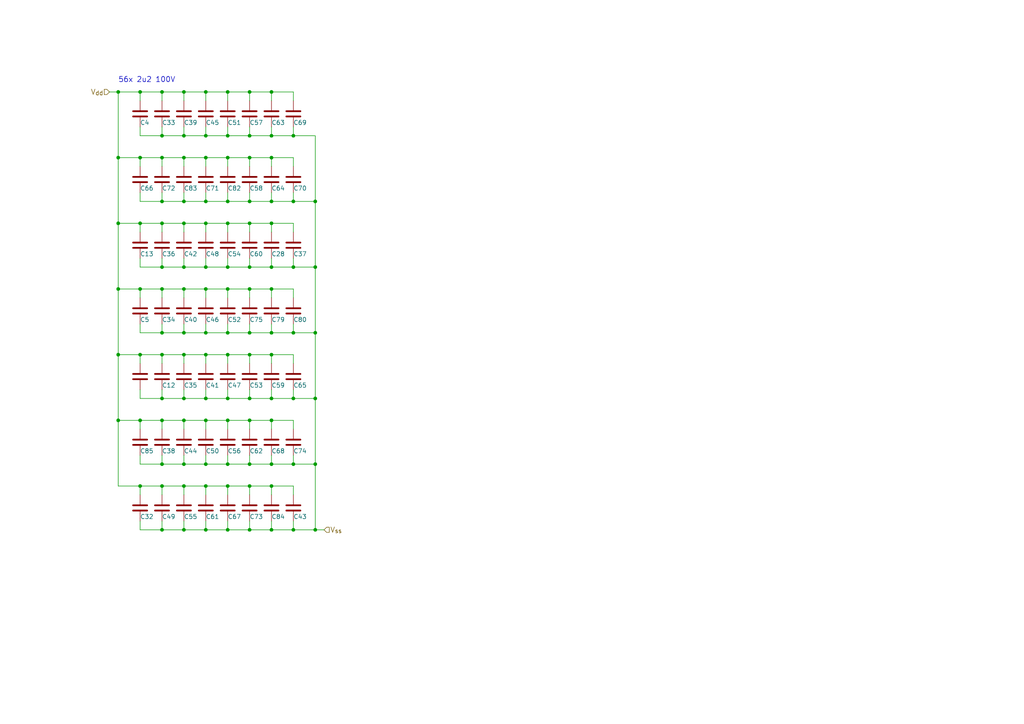
<source format=kicad_sch>
(kicad_sch (version 20230121) (generator eeschema)
  (paper "A4")
  (lib_symbols
    (symbol "Device:C" (pin_numbers hide) (pin_names (offset 0.254))
      (property "Reference" "C" (at 0.635 2.54 0))
      (property "Value" "C" (at 0.635 -2.54 0))
      (symbol "C_0_1"
        (polyline (pts (xy -2.032 -0.762) (xy 2.032 -0.762)) (stroke (width 0.508)))
        (polyline (pts (xy -2.032 0.762) (xy 2.032 0.762)) (stroke (width 0.508)))
      )
      (symbol "C_1_1"
        (pin passive line (at 0 3.81 270) (length 2.794) (name "~") (number "1"))
        (pin passive line (at 0 -3.81 90) (length 2.794) (name "~") (number "2"))
      )
    )
  )
  (junction (at 46.99 115.57))
  (junction (at 59.69 58.42))
  (junction (at 59.69 45.72))
  (junction (at 46.99 153.67))
  (junction (at 40.64 102.87))
  (junction (at 66.04 64.77))
  (junction (at 46.99 102.87))
  (junction (at 34.29 102.87))
  (junction (at 53.34 83.82))
  (junction (at 59.69 39.37))
  (junction (at 72.39 64.77))
  (junction (at 78.74 134.62))
  (junction (at 85.09 153.67))
  (junction (at 53.34 64.77))
  (junction (at 78.74 64.77))
  (junction (at 59.69 96.52))
  (junction (at 72.39 96.52))
  (junction (at 72.39 102.87))
  (junction (at 59.69 153.67))
  (junction (at 72.39 153.67))
  (junction (at 40.64 26.67))
  (junction (at 91.44 77.47))
  (junction (at 53.34 134.62))
  (junction (at 66.04 77.47))
  (junction (at 78.74 153.67))
  (junction (at 59.69 77.47))
  (junction (at 91.44 58.42))
  (junction (at 78.74 77.47))
  (junction (at 53.34 26.67))
  (junction (at 66.04 102.87))
  (junction (at 72.39 134.62))
  (junction (at 72.39 26.67))
  (junction (at 72.39 39.37))
  (junction (at 34.29 83.82))
  (junction (at 53.34 102.87))
  (junction (at 34.29 26.67))
  (junction (at 78.74 102.87))
  (junction (at 78.74 83.82))
  (junction (at 78.74 39.37))
  (junction (at 59.69 26.67))
  (junction (at 46.99 45.72))
  (junction (at 85.09 134.62))
  (junction (at 72.39 140.97))
  (junction (at 46.99 121.92))
  (junction (at 91.44 134.62))
  (junction (at 66.04 39.37))
  (junction (at 53.34 45.72))
  (junction (at 91.44 153.67))
  (junction (at 59.69 83.82))
  (junction (at 46.99 26.67))
  (junction (at 46.99 64.77))
  (junction (at 78.74 58.42))
  (junction (at 53.34 58.42))
  (junction (at 53.34 121.92))
  (junction (at 78.74 26.67))
  (junction (at 53.34 153.67))
  (junction (at 34.29 45.72))
  (junction (at 72.39 115.57))
  (junction (at 40.64 45.72))
  (junction (at 46.99 39.37))
  (junction (at 40.64 121.92))
  (junction (at 91.44 115.57))
  (junction (at 53.34 140.97))
  (junction (at 59.69 115.57))
  (junction (at 85.09 58.42))
  (junction (at 78.74 140.97))
  (junction (at 78.74 96.52))
  (junction (at 46.99 134.62))
  (junction (at 85.09 39.37))
  (junction (at 72.39 58.42))
  (junction (at 40.64 83.82))
  (junction (at 85.09 115.57))
  (junction (at 78.74 45.72))
  (junction (at 72.39 83.82))
  (junction (at 59.69 121.92))
  (junction (at 66.04 45.72))
  (junction (at 85.09 77.47))
  (junction (at 46.99 58.42))
  (junction (at 72.39 121.92))
  (junction (at 66.04 83.82))
  (junction (at 66.04 96.52))
  (junction (at 46.99 96.52))
  (junction (at 72.39 77.47))
  (junction (at 66.04 121.92))
  (junction (at 40.64 140.97))
  (junction (at 66.04 26.67))
  (junction (at 66.04 140.97))
  (junction (at 34.29 121.92))
  (junction (at 85.09 96.52))
  (junction (at 66.04 134.62))
  (junction (at 66.04 115.57))
  (junction (at 34.29 64.77))
  (junction (at 53.34 77.47))
  (junction (at 78.74 121.92))
  (junction (at 59.69 64.77))
  (junction (at 46.99 140.97))
  (junction (at 59.69 102.87))
  (junction (at 72.39 45.72))
  (junction (at 66.04 58.42))
  (junction (at 40.64 64.77))
  (junction (at 91.44 96.52))
  (junction (at 78.74 115.57))
  (junction (at 53.34 39.37))
  (junction (at 46.99 77.47))
  (junction (at 59.69 134.62))
  (junction (at 66.04 153.67))
  (junction (at 53.34 115.57))
  (junction (at 59.69 140.97))
  (junction (at 46.99 83.82))
  (junction (at 53.34 96.52))
  (wire (pts (xy 46.99 64.77) (xy 46.99 67.31)))
  (wire (pts (xy 85.09 134.62) (xy 85.09 132.08)))
  (wire (pts (xy 59.69 153.67) (xy 59.69 151.13)))
  (wire (pts (xy 78.74 153.67) (xy 78.74 151.13)))
  (wire (pts (xy 91.44 39.37) (xy 91.44 58.42)))
  (wire (pts (xy 53.34 45.72) (xy 59.69 45.72)))
  (wire (pts (xy 34.29 140.97) (xy 40.64 140.97)))
  (wire (pts (xy 72.39 121.92) (xy 66.04 121.92)))
  (wire (pts (xy 46.99 58.42) (xy 46.99 55.88)))
  (wire (pts (xy 85.09 115.57) (xy 85.09 113.03)))
  (wire (pts (xy 40.64 58.42) (xy 40.64 55.88)))
  (wire (pts (xy 72.39 45.72) (xy 78.74 45.72)))
  (wire (pts (xy 46.99 45.72) (xy 53.34 45.72)))
  (wire (pts (xy 72.39 39.37) (xy 72.39 36.83)))
  (wire (pts (xy 66.04 77.47) (xy 72.39 77.47)))
  (wire (pts (xy 59.69 83.82) (xy 59.69 86.36)))
  (wire (pts (xy 53.34 45.72) (xy 53.34 48.26)))
  (wire (pts (xy 78.74 121.92) (xy 78.74 124.46)))
  (wire (pts (xy 53.34 39.37) (xy 53.34 36.83)))
  (wire (pts (xy 85.09 143.51) (xy 85.09 140.97)))
  (wire (pts (xy 59.69 140.97) (xy 59.69 143.51)))
  (wire (pts (xy 72.39 140.97) (xy 72.39 143.51)))
  (wire (pts (xy 72.39 83.82) (xy 72.39 86.36)))
  (wire (pts (xy 78.74 140.97) (xy 78.74 143.51)))
  (wire (pts (xy 72.39 39.37) (xy 78.74 39.37)))
  (wire (pts (xy 66.04 58.42) (xy 66.04 55.88)))
  (wire (pts (xy 40.64 58.42) (xy 46.99 58.42)))
  (wire (pts (xy 78.74 102.87) (xy 85.09 102.87)))
  (wire (pts (xy 72.39 115.57) (xy 72.39 113.03)))
  (wire (pts (xy 66.04 121.92) (xy 59.69 121.92)))
  (wire (pts (xy 53.34 77.47) (xy 59.69 77.47)))
  (wire (pts (xy 53.34 134.62) (xy 53.34 132.08)))
  (wire (pts (xy 91.44 153.67) (xy 91.44 134.62)))
  (wire (pts (xy 59.69 153.67) (xy 66.04 153.67)))
  (wire (pts (xy 72.39 153.67) (xy 72.39 151.13)))
  (wire (pts (xy 53.34 153.67) (xy 59.69 153.67)))
  (wire (pts (xy 59.69 45.72) (xy 59.69 48.26)))
  (wire (pts (xy 53.34 140.97) (xy 53.34 143.51)))
  (wire (pts (xy 40.64 45.72) (xy 46.99 45.72)))
  (wire (pts (xy 85.09 58.42) (xy 85.09 55.88)))
  (wire (pts (xy 72.39 153.67) (xy 78.74 153.67)))
  (wire (pts (xy 46.99 83.82) (xy 46.99 86.36)))
  (wire (pts (xy 53.34 115.57) (xy 53.34 113.03)))
  (wire (pts (xy 66.04 134.62) (xy 66.04 132.08)))
  (wire (pts (xy 53.34 121.92) (xy 53.34 124.46)))
  (wire (pts (xy 59.69 45.72) (xy 66.04 45.72)))
  (wire (pts (xy 78.74 77.47) (xy 78.74 74.93)))
  (wire (pts (xy 46.99 39.37) (xy 53.34 39.37)))
  (wire (pts (xy 85.09 102.87) (xy 85.09 105.41)))
  (wire (pts (xy 53.34 96.52) (xy 53.34 93.98)))
  (wire (pts (xy 34.29 64.77) (xy 40.64 64.77)))
  (wire (pts (xy 53.34 96.52) (xy 59.69 96.52)))
  (wire (pts (xy 91.44 58.42) (xy 91.44 77.47)))
  (wire (pts (xy 40.64 29.21) (xy 40.64 26.67)))
  (wire (pts (xy 85.09 121.92) (xy 78.74 121.92)))
  (wire (pts (xy 40.64 64.77) (xy 40.64 67.31)))
  (wire (pts (xy 78.74 115.57) (xy 78.74 113.03)))
  (wire (pts (xy 85.09 134.62) (xy 91.44 134.62)))
  (wire (pts (xy 40.64 45.72) (xy 40.64 48.26)))
  (wire (pts (xy 66.04 96.52) (xy 72.39 96.52)))
  (wire (pts (xy 40.64 39.37) (xy 46.99 39.37)))
  (wire (pts (xy 40.64 39.37) (xy 40.64 36.83)))
  (wire (pts (xy 46.99 58.42) (xy 53.34 58.42)))
  (wire (pts (xy 59.69 58.42) (xy 66.04 58.42)))
  (wire (pts (xy 46.99 26.67) (xy 40.64 26.67)))
  (wire (pts (xy 53.34 115.57) (xy 59.69 115.57)))
  (wire (pts (xy 53.34 134.62) (xy 46.99 134.62)))
  (wire (pts (xy 78.74 83.82) (xy 78.74 86.36)))
  (wire (pts (xy 72.39 102.87) (xy 72.39 105.41)))
  (wire (pts (xy 72.39 102.87) (xy 78.74 102.87)))
  (wire (pts (xy 46.99 140.97) (xy 53.34 140.97)))
  (wire (pts (xy 59.69 96.52) (xy 66.04 96.52)))
  (wire (pts (xy 85.09 96.52) (xy 85.09 93.98)))
  (wire (pts (xy 91.44 153.67) (xy 93.98 153.67)))
  (wire (pts (xy 72.39 26.67) (xy 72.39 29.21)))
  (wire (pts (xy 78.74 77.47) (xy 85.09 77.47)))
  (wire (pts (xy 59.69 102.87) (xy 66.04 102.87)))
  (wire (pts (xy 46.99 102.87) (xy 46.99 105.41)))
  (wire (pts (xy 53.34 64.77) (xy 59.69 64.77)))
  (wire (pts (xy 72.39 140.97) (xy 78.74 140.97)))
  (wire (pts (xy 46.99 64.77) (xy 53.34 64.77)))
  (wire (pts (xy 46.99 77.47) (xy 53.34 77.47)))
  (wire (pts (xy 59.69 58.42) (xy 59.69 55.88)))
  (wire (pts (xy 59.69 121.92) (xy 53.34 121.92)))
  (wire (pts (xy 53.34 83.82) (xy 53.34 86.36)))
  (wire (pts (xy 78.74 45.72) (xy 85.09 45.72)))
  (wire (pts (xy 40.64 115.57) (xy 40.64 113.03)))
  (wire (pts (xy 59.69 134.62) (xy 59.69 132.08)))
  (wire (pts (xy 72.39 64.77) (xy 78.74 64.77)))
  (wire (pts (xy 78.74 96.52) (xy 78.74 93.98)))
  (wire (pts (xy 72.39 96.52) (xy 72.39 93.98)))
  (wire (pts (xy 85.09 134.62) (xy 78.74 134.62)))
  (wire (pts (xy 59.69 96.52) (xy 59.69 93.98)))
  (wire (pts (xy 66.04 140.97) (xy 72.39 140.97)))
  (wire (pts (xy 72.39 77.47) (xy 72.39 74.93)))
  (wire (pts (xy 53.34 58.42) (xy 53.34 55.88)))
  (wire (pts (xy 66.04 121.92) (xy 66.04 124.46)))
  (wire (pts (xy 66.04 140.97) (xy 66.04 143.51)))
  (wire (pts (xy 40.64 140.97) (xy 46.99 140.97)))
  (wire (pts (xy 46.99 140.97) (xy 46.99 143.51)))
  (wire (pts (xy 40.64 102.87) (xy 46.99 102.87)))
  (wire (pts (xy 46.99 115.57) (xy 53.34 115.57)))
  (wire (pts (xy 40.64 96.52) (xy 40.64 93.98)))
  (wire (pts (xy 46.99 153.67) (xy 46.99 151.13)))
  (wire (pts (xy 40.64 26.67) (xy 34.29 26.67)))
  (wire (pts (xy 40.64 77.47) (xy 46.99 77.47)))
  (wire (pts (xy 72.39 64.77) (xy 72.39 67.31)))
  (wire (pts (xy 78.74 96.52) (xy 85.09 96.52)))
  (wire (pts (xy 53.34 39.37) (xy 59.69 39.37)))
  (wire (pts (xy 78.74 64.77) (xy 85.09 64.77)))
  (wire (pts (xy 53.34 26.67) (xy 46.99 26.67)))
  (wire (pts (xy 34.29 121.92) (xy 34.29 140.97)))
  (wire (pts (xy 59.69 115.57) (xy 66.04 115.57)))
  (wire (pts (xy 40.64 77.47) (xy 40.64 74.93)))
  (wire (pts (xy 66.04 29.21) (xy 66.04 26.67)))
  (wire (pts (xy 40.64 96.52) (xy 46.99 96.52)))
  (wire (pts (xy 78.74 102.87) (xy 78.74 105.41)))
  (wire (pts (xy 53.34 102.87) (xy 53.34 105.41)))
  (wire (pts (xy 34.29 26.67) (xy 34.29 45.72)))
  (wire (pts (xy 85.09 39.37) (xy 85.09 36.83)))
  (wire (pts (xy 72.39 45.72) (xy 72.39 48.26)))
  (wire (pts (xy 34.29 102.87) (xy 40.64 102.87)))
  (wire (pts (xy 78.74 39.37) (xy 78.74 36.83)))
  (wire (pts (xy 40.64 153.67) (xy 40.64 151.13)))
  (wire (pts (xy 46.99 121.92) (xy 40.64 121.92)))
  (wire (pts (xy 53.34 29.21) (xy 53.34 26.67)))
  (wire (pts (xy 40.64 121.92) (xy 40.64 124.46)))
  (wire (pts (xy 46.99 77.47) (xy 46.99 74.93)))
  (wire (pts (xy 53.34 140.97) (xy 59.69 140.97)))
  (wire (pts (xy 53.34 77.47) (xy 53.34 74.93)))
  (wire (pts (xy 78.74 58.42) (xy 78.74 55.88)))
  (wire (pts (xy 85.09 83.82) (xy 85.09 86.36)))
  (wire (pts (xy 66.04 102.87) (xy 66.04 105.41)))
  (wire (pts (xy 66.04 39.37) (xy 66.04 36.83)))
  (wire (pts (xy 40.64 86.36) (xy 40.64 83.82)))
  (wire (pts (xy 91.44 77.47) (xy 91.44 96.52)))
  (wire (pts (xy 40.64 83.82) (xy 46.99 83.82)))
  (wire (pts (xy 59.69 121.92) (xy 59.69 124.46)))
  (wire (pts (xy 59.69 134.62) (xy 53.34 134.62)))
  (wire (pts (xy 46.99 96.52) (xy 53.34 96.52)))
  (wire (pts (xy 59.69 39.37) (xy 59.69 36.83)))
  (wire (pts (xy 46.99 39.37) (xy 46.99 36.83)))
  (wire (pts (xy 72.39 115.57) (xy 78.74 115.57)))
  (wire (pts (xy 59.69 102.87) (xy 59.69 105.41)))
  (wire (pts (xy 85.09 77.47) (xy 91.44 77.47)))
  (wire (pts (xy 40.64 115.57) (xy 46.99 115.57)))
  (wire (pts (xy 40.64 121.92) (xy 34.29 121.92)))
  (wire (pts (xy 72.39 96.52) (xy 78.74 96.52)))
  (wire (pts (xy 66.04 96.52) (xy 66.04 93.98)))
  (wire (pts (xy 72.39 58.42) (xy 78.74 58.42)))
  (wire (pts (xy 34.29 45.72) (xy 34.29 64.77)))
  (wire (pts (xy 85.09 77.47) (xy 85.09 74.93)))
  (wire (pts (xy 66.04 134.62) (xy 59.69 134.62)))
  (wire (pts (xy 66.04 83.82) (xy 72.39 83.82)))
  (wire (pts (xy 66.04 115.57) (xy 72.39 115.57)))
  (wire (pts (xy 46.99 83.82) (xy 53.34 83.82)))
  (wire (pts (xy 66.04 153.67) (xy 66.04 151.13)))
  (wire (pts (xy 53.34 64.77) (xy 53.34 67.31)))
  (wire (pts (xy 59.69 64.77) (xy 66.04 64.77)))
  (wire (pts (xy 66.04 45.72) (xy 66.04 48.26)))
  (wire (pts (xy 85.09 64.77) (xy 85.09 67.31)))
  (wire (pts (xy 59.69 77.47) (xy 59.69 74.93)))
  (wire (pts (xy 53.34 153.67) (xy 53.34 151.13)))
  (wire (pts (xy 78.74 134.62) (xy 78.74 132.08)))
  (wire (pts (xy 46.99 96.52) (xy 46.99 93.98)))
  (wire (pts (xy 72.39 26.67) (xy 66.04 26.67)))
  (wire (pts (xy 91.44 115.57) (xy 91.44 134.62)))
  (wire (pts (xy 53.34 58.42) (xy 59.69 58.42)))
  (wire (pts (xy 78.74 83.82) (xy 85.09 83.82)))
  (wire (pts (xy 78.74 58.42) (xy 85.09 58.42)))
  (wire (pts (xy 66.04 115.57) (xy 66.04 113.03)))
  (wire (pts (xy 66.04 83.82) (xy 66.04 86.36)))
  (wire (pts (xy 40.64 153.67) (xy 46.99 153.67)))
  (wire (pts (xy 59.69 115.57) (xy 59.69 113.03)))
  (wire (pts (xy 40.64 140.97) (xy 40.64 143.51)))
  (wire (pts (xy 72.39 77.47) (xy 78.74 77.47)))
  (wire (pts (xy 46.99 115.57) (xy 46.99 113.03)))
  (wire (pts (xy 72.39 134.62) (xy 66.04 134.62)))
  (wire (pts (xy 72.39 83.82) (xy 78.74 83.82)))
  (wire (pts (xy 53.34 83.82) (xy 59.69 83.82)))
  (wire (pts (xy 46.99 102.87) (xy 53.34 102.87)))
  (wire (pts (xy 34.29 83.82) (xy 40.64 83.82)))
  (wire (pts (xy 34.29 64.77) (xy 34.29 83.82)))
  (wire (pts (xy 66.04 77.47) (xy 66.04 74.93)))
  (wire (pts (xy 66.04 102.87) (xy 72.39 102.87)))
  (wire (pts (xy 78.74 134.62) (xy 72.39 134.62)))
  (wire (pts (xy 72.39 121.92) (xy 72.39 124.46)))
  (wire (pts (xy 72.39 58.42) (xy 72.39 55.88)))
  (wire (pts (xy 46.99 134.62) (xy 40.64 134.62)))
  (wire (pts (xy 53.34 102.87) (xy 59.69 102.87)))
  (wire (pts (xy 85.09 151.13) (xy 85.09 153.67)))
  (wire (pts (xy 53.34 121.92) (xy 46.99 121.92)))
  (wire (pts (xy 78.74 45.72) (xy 78.74 48.26)))
  (wire (pts (xy 85.09 26.67) (xy 78.74 26.67)))
  (wire (pts (xy 34.29 102.87) (xy 34.29 121.92)))
  (wire (pts (xy 46.99 121.92) (xy 46.99 124.46)))
  (wire (pts (xy 78.74 121.92) (xy 72.39 121.92)))
  (wire (pts (xy 31.75 26.67) (xy 34.29 26.67)))
  (wire (pts (xy 59.69 39.37) (xy 66.04 39.37)))
  (wire (pts (xy 66.04 26.67) (xy 59.69 26.67)))
  (wire (pts (xy 85.09 153.67) (xy 91.44 153.67)))
  (wire (pts (xy 46.99 134.62) (xy 46.99 132.08)))
  (wire (pts (xy 85.09 45.72) (xy 85.09 48.26)))
  (wire (pts (xy 78.74 115.57) (xy 85.09 115.57)))
  (wire (pts (xy 78.74 26.67) (xy 72.39 26.67)))
  (wire (pts (xy 59.69 140.97) (xy 66.04 140.97)))
  (wire (pts (xy 85.09 58.42) (xy 91.44 58.42)))
  (wire (pts (xy 66.04 153.67) (xy 72.39 153.67)))
  (wire (pts (xy 59.69 26.67) (xy 53.34 26.67)))
  (wire (pts (xy 78.74 153.67) (xy 85.09 153.67)))
  (wire (pts (xy 78.74 64.77) (xy 78.74 67.31)))
  (wire (pts (xy 78.74 39.37) (xy 85.09 39.37)))
  (wire (pts (xy 59.69 29.21) (xy 59.69 26.67)))
  (wire (pts (xy 59.69 77.47) (xy 66.04 77.47)))
  (wire (pts (xy 85.09 121.92) (xy 85.09 124.46)))
  (wire (pts (xy 59.69 64.77) (xy 59.69 67.31)))
  (wire (pts (xy 85.09 96.52) (xy 91.44 96.52)))
  (wire (pts (xy 40.64 134.62) (xy 40.64 132.08)))
  (wire (pts (xy 46.99 153.67) (xy 53.34 153.67)))
  (wire (pts (xy 40.64 64.77) (xy 46.99 64.77)))
  (wire (pts (xy 66.04 58.42) (xy 72.39 58.42)))
  (wire (pts (xy 72.39 134.62) (xy 72.39 132.08)))
  (wire (pts (xy 40.64 102.87) (xy 40.64 105.41)))
  (wire (pts (xy 66.04 39.37) (xy 72.39 39.37)))
  (wire (pts (xy 91.44 96.52) (xy 91.44 115.57)))
  (wire (pts (xy 46.99 26.67) (xy 46.99 29.21)))
  (wire (pts (xy 66.04 64.77) (xy 66.04 67.31)))
  (wire (pts (xy 85.09 29.21) (xy 85.09 26.67)))
  (wire (pts (xy 85.09 140.97) (xy 78.74 140.97)))
  (wire (pts (xy 78.74 29.21) (xy 78.74 26.67)))
  (wire (pts (xy 66.04 45.72) (xy 72.39 45.72)))
  (wire (pts (xy 59.69 83.82) (xy 66.04 83.82)))
  (wire (pts (xy 34.29 83.82) (xy 34.29 102.87)))
  (wire (pts (xy 46.99 45.72) (xy 46.99 48.26)))
  (wire (pts (xy 34.29 45.72) (xy 40.64 45.72)))
  (wire (pts (xy 85.09 39.37) (xy 91.44 39.37)))
  (wire (pts (xy 66.04 64.77) (xy 72.39 64.77)))
  (wire (pts (xy 85.09 115.57) (xy 91.44 115.57)))
  (text "56x 2u2 100V" (at 34.29 24.13 0) (effects (font (size 1.524 1.524)) (justify left bottom)))
  (hierarchical_label "V_{dd}" (shape input) (at 31.75 26.67 180) (effects (font (size 1.524 1.524))))
  (hierarchical_label "V_{ss}" (shape input) (at 93.98 153.67 0) (effects (font (size 1.524 1.524))))
  (symbol (lib_id "Device:C") (at 72.39 90.17 0) (unit 1)
    (property "Reference" "C75" (at 72.39 92.71 0) (effects (justify left)))
    (property "Value" "C" (effects hide))
    (property "Footprint" "Capacitor_SMD:C_1206_3216Metric" (effects hide))
  )
  (symbol (lib_id "Device:C") (at 66.04 71.12 0) (unit 1)
    (property "Reference" "C54" (at 66.04 73.66 0) (effects (justify left)))
    (property "Value" "C" (effects hide))
    (property "Footprint" "Capacitor_SMD:C_1206_3216Metric" (effects hide))
  )
  (symbol (lib_id "Device:C") (at 59.69 109.22 0) (unit 1)
    (property "Reference" "C41" (at 59.69 111.76 0) (effects (justify left)))
    (property "Value" "C" (effects hide))
    (property "Footprint" "Capacitor_SMD:C_1206_3216Metric" (effects hide))
  )
  (symbol (lib_id "Device:C") (at 59.69 90.17 0) (unit 1)
    (property "Reference" "C46" (at 59.69 92.71 0) (effects (justify left)))
    (property "Value" "C" (effects hide))
    (property "Footprint" "Capacitor_SMD:C_1206_3216Metric" (effects hide))
  )
  (symbol (lib_id "Device:C") (at 59.69 71.12 0) (unit 1)
    (property "Reference" "C48" (at 59.69 73.66 0) (effects (justify left)))
    (property "Value" "C" (effects hide))
    (property "Footprint" "Capacitor_SMD:C_1206_3216Metric" (effects hide))
  )
  (symbol (lib_id "Device:C") (at 66.04 33.02 0) (unit 1)
    (property "Reference" "C51" (at 66.04 35.56 0) (effects (justify left)))
    (property "Value" "C" (effects hide))
    (property "Footprint" "Capacitor_SMD:C_1206_3216Metric" (effects hide))
  )
  (symbol (lib_id "Device:C") (at 46.99 33.02 0) (unit 1)
    (property "Reference" "C33" (at 46.99 35.56 0) (effects (justify left)))
    (property "Value" "C" (effects hide))
    (property "Footprint" "Capacitor_SMD:C_1206_3216Metric" (effects hide))
  )
  (symbol (lib_id "Device:C") (at 40.64 52.07 0) (unit 1)
    (property "Reference" "C66" (at 40.64 54.61 0) (effects (justify left)))
    (property "Value" "C" (effects hide))
    (property "Footprint" "Capacitor_SMD:C_1206_3216Metric" (effects hide))
  )
  (symbol (lib_id "Device:C") (at 85.09 33.02 0) (unit 1)
    (property "Reference" "C69" (at 85.09 35.56 0) (effects (justify left)))
    (property "Value" "C" (effects hide))
    (property "Footprint" "Capacitor_SMD:C_1206_3216Metric" (effects hide))
  )
  (symbol (lib_id "Device:C") (at 46.99 147.32 0) (unit 1)
    (property "Reference" "C49" (at 46.99 149.86 0) (effects (justify left)))
    (property "Value" "10u" (effects hide))
    (property "Footprint" "Capacitor_SMD:C_1206_3216Metric" (effects hide))
  )
  (symbol (lib_id "Device:C") (at 72.39 71.12 0) (unit 1)
    (property "Reference" "C60" (at 72.39 73.66 0) (effects (justify left)))
    (property "Value" "C" (effects hide))
    (property "Footprint" "Capacitor_SMD:C_1206_3216Metric" (effects hide))
  )
  (symbol (lib_id "Device:C") (at 78.74 33.02 0) (unit 1)
    (property "Reference" "C63" (at 78.74 35.56 0) (effects (justify left)))
    (property "Value" "C" (effects hide))
    (property "Footprint" "Capacitor_SMD:C_1206_3216Metric" (effects hide))
  )
  (symbol (lib_id "Device:C") (at 40.64 71.12 0) (unit 1)
    (property "Reference" "C13" (at 40.64 73.66 0) (effects (justify left)))
    (property "Value" "C" (effects hide))
    (property "Footprint" "Capacitor_SMD:C_1206_3216Metric" (effects hide))
  )
  (symbol (lib_id "Device:C") (at 53.34 90.17 0) (unit 1)
    (property "Reference" "C40" (at 53.34 92.71 0) (effects (justify left)))
    (property "Value" "10u" (effects hide))
    (property "Footprint" "Capacitor_SMD:C_1206_3216Metric" (effects hide))
  )
  (symbol (lib_id "Device:C") (at 40.64 147.32 0) (unit 1)
    (property "Reference" "C32" (at 40.64 149.86 0) (effects (justify left)))
    (property "Value" "C" (effects hide))
    (property "Footprint" "Capacitor_SMD:C_1206_3216Metric" (effects hide))
  )
  (symbol (lib_id "Device:C") (at 66.04 147.32 0) (unit 1)
    (property "Reference" "C67" (at 66.04 149.86 0) (effects (justify left)))
    (property "Value" "10u" (effects hide))
    (property "Footprint" "Capacitor_SMD:C_1206_3216Metric" (effects hide))
  )
  (symbol (lib_id "Device:C") (at 53.34 147.32 0) (unit 1)
    (property "Reference" "C55" (at 53.34 149.86 0) (effects (justify left)))
    (property "Value" "10u" (effects hide))
    (property "Footprint" "Capacitor_SMD:C_1206_3216Metric" (effects hide))
  )
  (symbol (lib_id "Device:C") (at 78.74 71.12 0) (unit 1)
    (property "Reference" "C28" (at 78.74 73.66 0) (effects (justify left)))
    (property "Value" "10u" (effects hide))
    (property "Footprint" "Capacitor_SMD:C_1206_3216Metric" (effects hide))
  )
  (symbol (lib_id "Device:C") (at 72.39 128.27 0) (unit 1)
    (property "Reference" "C62" (at 72.39 130.81 0) (effects (justify left)))
    (property "Value" "10u" (effects hide))
    (property "Footprint" "Capacitor_SMD:C_1206_3216Metric" (effects hide))
  )
  (symbol (lib_id "Device:C") (at 85.09 128.27 0) (unit 1)
    (property "Reference" "C74" (at 85.09 130.81 0) (effects (justify left)))
    (property "Value" "10u" (effects hide))
    (property "Footprint" "Capacitor_SMD:C_1206_3216Metric" (effects hide))
  )
  (symbol (lib_id "Device:C") (at 53.34 128.27 0) (unit 1)
    (property "Reference" "C44" (at 53.34 130.81 0) (effects (justify left)))
    (property "Value" "C" (effects hide))
    (property "Footprint" "Capacitor_SMD:C_1206_3216Metric" (effects hide))
  )
  (symbol (lib_id "Device:C") (at 85.09 71.12 0) (unit 1)
    (property "Reference" "C37" (at 85.09 73.66 0) (effects (justify left)))
    (property "Value" "10u" (effects hide))
    (property "Footprint" "Capacitor_SMD:C_1206_3216Metric" (effects hide))
  )
  (symbol (lib_id "Device:C") (at 46.99 128.27 0) (unit 1)
    (property "Reference" "C38" (at 46.99 130.81 0) (effects (justify left)))
    (property "Value" "10u" (effects hide))
    (property "Footprint" "Capacitor_SMD:C_1206_3216Metric" (effects hide))
  )
  (symbol (lib_id "Device:C") (at 40.64 33.02 0) (unit 1)
    (property "Reference" "C4" (at 40.64 35.56 0) (effects (justify left)))
    (property "Value" "10u" (effects hide))
    (property "Footprint" "Capacitor_SMD:C_1206_3216Metric" (effects hide))
  )
  (symbol (lib_id "Device:C") (at 53.34 71.12 0) (unit 1)
    (property "Reference" "C42" (at 53.34 73.66 0) (effects (justify left)))
    (property "Value" "C" (effects hide))
    (property "Footprint" "Capacitor_SMD:C_1206_3216Metric" (effects hide))
  )
  (symbol (lib_id "Device:C") (at 72.39 109.22 0) (unit 1)
    (property "Reference" "C53" (at 72.39 111.76 0) (effects (justify left)))
    (property "Value" "C" (effects hide))
    (property "Footprint" "Capacitor_SMD:C_1206_3216Metric" (effects hide))
  )
  (symbol (lib_id "Device:C") (at 72.39 33.02 0) (unit 1)
    (property "Reference" "C57" (at 72.39 35.56 0) (effects (justify left)))
    (property "Value" "C" (effects hide))
    (property "Footprint" "Capacitor_SMD:C_1206_3216Metric" (effects hide))
  )
  (symbol (lib_id "Device:C") (at 78.74 90.17 0) (unit 1)
    (property "Reference" "C79" (at 78.74 92.71 0) (effects (justify left)))
    (property "Value" "C" (effects hide))
    (property "Footprint" "Capacitor_SMD:C_1206_3216Metric" (effects hide))
  )
  (symbol (lib_id "Device:C") (at 46.99 90.17 0) (unit 1)
    (property "Reference" "C34" (at 46.99 92.71 0) (effects (justify left)))
    (property "Value" "10u" (effects hide))
    (property "Footprint" "Capacitor_SMD:C_1206_3216Metric" (effects hide))
  )
  (symbol (lib_id "Device:C") (at 53.34 109.22 0) (unit 1)
    (property "Reference" "C35" (at 53.34 111.76 0) (effects (justify left)))
    (property "Value" "C" (effects hide))
    (property "Footprint" "Capacitor_SMD:C_1206_3216Metric" (effects hide))
  )
  (symbol (lib_id "Device:C") (at 85.09 90.17 0) (unit 1)
    (property "Reference" "C80" (at 85.09 92.71 0) (effects (justify left)))
    (property "Value" "C" (effects hide))
    (property "Footprint" "Capacitor_SMD:C_1206_3216Metric" (effects hide))
  )
  (symbol (lib_id "Device:C") (at 78.74 109.22 0) (unit 1)
    (property "Reference" "C59" (at 78.74 111.76 0) (effects (justify left)))
    (property "Value" "C" (effects hide))
    (property "Footprint" "Capacitor_SMD:C_1206_3216Metric" (effects hide))
  )
  (symbol (lib_id "Device:C") (at 46.99 71.12 0) (unit 1)
    (property "Reference" "C36" (at 46.99 73.66 0) (effects (justify left)))
    (property "Value" "C" (effects hide))
    (property "Footprint" "Capacitor_SMD:C_1206_3216Metric" (effects hide))
  )
  (symbol (lib_id "Device:C") (at 40.64 128.27 0) (unit 1)
    (property "Reference" "C85" (at 40.64 130.81 0) (effects (justify left)))
    (property "Value" "10u" (effects hide))
    (property "Footprint" "Capacitor_SMD:C_1206_3216Metric" (effects hide))
  )
  (symbol (lib_id "Device:C") (at 46.99 109.22 0) (unit 1)
    (property "Reference" "C12" (at 46.99 111.76 0) (effects (justify left)))
    (property "Value" "C" (effects hide))
    (property "Footprint" "Capacitor_SMD:C_1206_3216Metric" (effects hide))
  )
  (symbol (lib_id "Device:C") (at 53.34 33.02 0) (unit 1)
    (property "Reference" "C39" (at 53.34 35.56 0) (effects (justify left)))
    (property "Value" "C" (effects hide))
    (property "Footprint" "Capacitor_SMD:C_1206_3216Metric" (effects hide))
  )
  (symbol (lib_id "Device:C") (at 40.64 90.17 0) (unit 1)
    (property "Reference" "C5" (at 40.64 92.71 0) (effects (justify left)))
    (property "Value" "10u" (effects hide))
    (property "Footprint" "Capacitor_SMD:C_1206_3216Metric" (effects hide))
  )
  (symbol (lib_id "Device:C") (at 59.69 128.27 0) (unit 1)
    (property "Reference" "C50" (at 59.69 130.81 0) (effects (justify left)))
    (property "Value" "C" (effects hide))
    (property "Footprint" "Capacitor_SMD:C_1206_3216Metric" (effects hide))
  )
  (symbol (lib_id "Device:C") (at 72.39 52.07 0) (unit 1)
    (property "Reference" "C58" (at 72.39 54.61 0) (effects (justify left)))
    (property "Value" "C" (effects hide))
    (property "Footprint" "Capacitor_SMD:C_1206_3216Metric" (effects hide))
  )
  (symbol (lib_id "Device:C") (at 78.74 128.27 0) (unit 1)
    (property "Reference" "C68" (at 78.74 130.81 0) (effects (justify left)))
    (property "Value" "10u" (effects hide))
    (property "Footprint" "Capacitor_SMD:C_1206_3216Metric" (effects hide))
  )
  (symbol (lib_id "Device:C") (at 78.74 52.07 0) (unit 1)
    (property "Reference" "C64" (at 78.74 54.61 0) (effects (justify left)))
    (property "Value" "C" (effects hide))
    (property "Footprint" "Capacitor_SMD:C_1206_3216Metric" (effects hide))
  )
  (symbol (lib_id "Device:C") (at 85.09 52.07 0) (unit 1)
    (property "Reference" "C70" (at 85.09 54.61 0) (effects (justify left)))
    (property "Value" "C" (effects hide))
    (property "Footprint" "Capacitor_SMD:C_1206_3216Metric" (effects hide))
  )
  (symbol (lib_id "Device:C") (at 53.34 52.07 0) (unit 1)
    (property "Reference" "C83" (at 53.34 54.61 0) (effects (justify left)))
    (property "Value" "C" (effects hide))
    (property "Footprint" "Capacitor_SMD:C_1206_3216Metric" (effects hide))
  )
  (symbol (lib_id "Device:C") (at 59.69 52.07 0) (unit 1)
    (property "Reference" "C71" (at 59.69 54.61 0) (effects (justify left)))
    (property "Value" "C" (effects hide))
    (property "Footprint" "Capacitor_SMD:C_1206_3216Metric" (effects hide))
  )
  (symbol (lib_id "Device:C") (at 66.04 128.27 0) (unit 1)
    (property "Reference" "C56" (at 66.04 130.81 0) (effects (justify left)))
    (property "Value" "10u" (effects hide))
    (property "Footprint" "Capacitor_SMD:C_1206_3216Metric" (effects hide))
  )
  (symbol (lib_id "Device:C") (at 72.39 147.32 0) (unit 1)
    (property "Reference" "C73" (at 72.39 149.86 0) (effects (justify left)))
    (property "Value" "10u" (effects hide))
    (property "Footprint" "Capacitor_SMD:C_1206_3216Metric" (effects hide))
  )
  (symbol (lib_id "Device:C") (at 66.04 109.22 0) (unit 1)
    (property "Reference" "C47" (at 66.04 111.76 0) (effects (justify left)))
    (property "Value" "C" (effects hide))
    (property "Footprint" "Capacitor_SMD:C_1206_3216Metric" (effects hide))
  )
  (symbol (lib_id "Device:C") (at 40.64 109.22 0) (unit 1)
    (property "Reference" "C81" (effects hide))
    (property "Value" "C" (effects hide))
    (property "Footprint" "Capacitor_SMD:C_1206_3216Metric" (effects hide))
  )
  (symbol (lib_id "Device:C") (at 85.09 147.32 0) (unit 1)
    (property "Reference" "C43" (at 85.09 149.86 0) (effects (justify left)))
    (property "Value" "C" (effects hide))
    (property "Footprint" "Capacitor_SMD:C_1206_3216Metric" (effects hide))
  )
  (symbol (lib_id "Device:C") (at 59.69 147.32 0) (unit 1)
    (property "Reference" "C61" (at 59.69 149.86 0) (effects (justify left)))
    (property "Value" "10u" (effects hide))
    (property "Footprint" "Capacitor_SMD:C_1206_3216Metric" (effects hide))
  )
  (symbol (lib_id "Device:C") (at 85.09 109.22 0) (unit 1)
    (property "Reference" "C65" (at 85.09 111.76 0) (effects (justify left)))
    (property "Value" "C" (effects hide))
    (property "Footprint" "Capacitor_SMD:C_1206_3216Metric" (effects hide))
  )
  (symbol (lib_id "Device:C") (at 66.04 90.17 0) (unit 1)
    (property "Reference" "C52" (at 66.04 92.71 0) (effects (justify left)))
    (property "Value" "C" (effects hide))
    (property "Footprint" "Capacitor_SMD:C_1206_3216Metric" (effects hide))
  )
  (symbol (lib_id "Device:C") (at 46.99 52.07 0) (unit 1)
    (property "Reference" "C72" (at 46.99 54.61 0) (effects (justify left)))
    (property "Value" "C" (effects hide))
    (property "Footprint" "Capacitor_SMD:C_1206_3216Metric" (effects hide))
  )
  (symbol (lib_id "Device:C") (at 78.74 147.32 0) (unit 1)
    (property "Reference" "C84" (at 78.74 149.86 0) (effects (justify left)))
    (property "Value" "10u" (effects hide))
    (property "Footprint" "Capacitor_SMD:C_1206_3216Metric" (effects hide))
  )
  (symbol (lib_id "Device:C") (at 59.69 33.02 0) (unit 1)
    (property "Reference" "C45" (at 59.69 35.56 0) (effects (justify left)))
    (property "Value" "C" (effects hide))
    (property "Footprint" "Capacitor_SMD:C_1206_3216Metric" (effects hide))
  )
  (symbol (lib_id "Device:C") (at 66.04 52.07 0) (unit 1)
    (property "Reference" "C82" (at 66.04 54.61 0) (effects (justify left)))
    (property "Value" "10u" (effects hide))
    (property "Footprint" "Capacitor_SMD:C_1206_3216Metric" (effects hide))
  )
)
</source>
